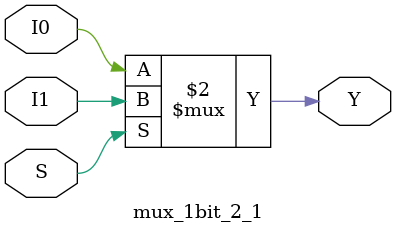
<source format=v>
`timescale 1ns / 1ps

module mux_1bit_2_1(
    input I0, I1,
    input S,
    output Y
    );

assign Y = (S == 1) ? (I1) : (I0);
    
endmodule
</source>
